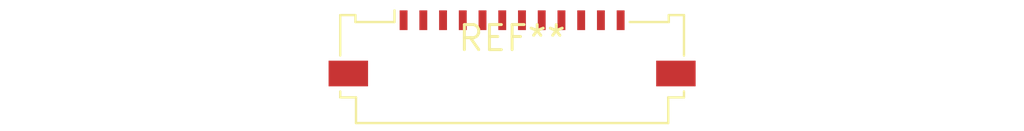
<source format=kicad_pcb>
(kicad_pcb (version 20240108) (generator pcbnew)
  (layers (0 "F.Cu" signal) (31 "B.Cu" signal) (34 "B.Paste" user) (35 "F.Paste" user) (36 "B.SilkS" user "B.Silkscreen") (37 "F.SilkS" user "F.Silkscreen") (38 "B.Mask" user) (39 "F.Mask" user) (44 "Edge.Cuts" user))
  (net 0 "")
  (footprint "Molex_200528-0120_1x12-1MP_P1.00mm_Horizontal" (layer "F.Cu") (at 0 0)
    (property "Reference" "REF**")
    (property "Value" "Molex_200528-0120_1x12-1MP_P1.00mm_Horizontal")
    (fp_line (start -8.71 -1.17) (end -8.71 0.88) (layer "F.SilkS") (stroke (width 0.12)))
    (fp_line (start -8.71 2.7) (end -8.71 3) (layer "F.SilkS") (stroke (width 0.12)))
    (fp_line (start -8.71 3) (end -7.91 3) (layer "F.SilkS") (stroke (width 0.12)))
    (fp_line (start -7.94 -1.17) (end -8.71 -1.17) (layer "F.SilkS") (stroke (width 0.12)))
    (fp_line (start -7.94 -0.82) (end -7.94 -1.17) (layer "F.SilkS") (stroke (width 0.12)))
    (fp_line (start -7.91 3) (end -7.91 4.3) (layer "F.SilkS") (stroke (width 0.12)))
    (fp_line (start -7.91 4.3) (end 7.91 4.3) (layer "F.SilkS") (stroke (width 0.12)))
    (fp_line (start -5.96 -1.41) (end -5.96 -0.82) (layer "F.SilkS") (stroke (width 0.12)))
    (fp_line (start -5.96 -0.82) (end -7.94 -0.82) (layer "F.SilkS") (stroke (width 0.12)))
    (fp_line (start 7.91 3) (end 8.71 3) (layer "F.SilkS") (stroke (width 0.12)))
    (fp_line (start 7.91 4.3) (end 7.91 3) (layer "F.SilkS") (stroke (width 0.12)))
    (fp_line (start 7.94 -1.17) (end 7.94 -0.82) (layer "F.SilkS") (stroke (width 0.12)))
    (fp_line (start 7.94 -0.82) (end 5.96 -0.82) (layer "F.SilkS") (stroke (width 0.12)))
    (fp_line (start 8.71 -1.17) (end 7.94 -1.17) (layer "F.SilkS") (stroke (width 0.12)))
    (fp_line (start 8.71 0.88) (end 8.71 -1.17) (layer "F.SilkS") (stroke (width 0.12)))
    (fp_line (start 8.71 3) (end 8.71 2.7) (layer "F.SilkS") (stroke (width 0.12)))
    (pad "1" smd rect (at -5.5 -0.91) (size 0.4 1) (layers "F.Cu" "F.Paste" "F.Mask"))
    (pad "2" smd rect (at -4.5 -0.91) (size 0.4 1) (layers "F.Cu" "F.Paste" "F.Mask"))
    (pad "3" smd rect (at -3.5 -0.91) (size 0.4 1) (layers "F.Cu" "F.Paste" "F.Mask"))
    (pad "4" smd rect (at -2.5 -0.91) (size 0.4 1) (layers "F.Cu" "F.Paste" "F.Mask"))
    (pad "5" smd rect (at -1.5 -0.91) (size 0.4 1) (layers "F.Cu" "F.Paste" "F.Mask"))
    (pad "6" smd rect (at -0.5 -0.91) (size 0.4 1) (layers "F.Cu" "F.Paste" "F.Mask"))
    (pad "7" smd rect (at 0.5 -0.91) (size 0.4 1) (layers "F.Cu" "F.Paste" "F.Mask"))
    (pad "8" smd rect (at 1.5 -0.91) (size 0.4 1) (layers "F.Cu" "F.Paste" "F.Mask"))
    (pad "9" smd rect (at 2.5 -0.91) (size 0.4 1) (layers "F.Cu" "F.Paste" "F.Mask"))
    (pad "10" smd rect (at 3.5 -0.91) (size 0.4 1) (layers "F.Cu" "F.Paste" "F.Mask"))
    (pad "11" smd rect (at 4.5 -0.91) (size 0.4 1) (layers "F.Cu" "F.Paste" "F.Mask"))
    (pad "12" smd rect (at 5.5 -0.91) (size 0.4 1) (layers "F.Cu" "F.Paste" "F.Mask"))
    (pad "MP" smd rect (at -8.3 1.79) (size 2 1.3) (layers "F.Cu" "F.Paste" "F.Mask"))
    (pad "MP" smd rect (at 8.3 1.79) (size 2 1.3) (layers "F.Cu" "F.Paste" "F.Mask"))
  )
)
</source>
